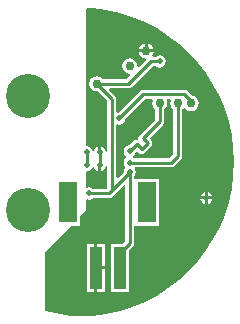
<source format=gbl>
G04*
G04 #@! TF.GenerationSoftware,Altium Limited,Altium Designer,19.1.6 (110)*
G04*
G04 Layer_Physical_Order=2*
G04 Layer_Color=16711680*
%FSLAX25Y25*%
%MOIN*%
G70*
G01*
G75*
%ADD38C,0.01000*%
%ADD39C,0.14700*%
%ADD40C,0.03000*%
%ADD41C,0.02000*%
%ADD42C,0.01968*%
%ADD43R,0.05906X0.13386*%
%ADD44R,0.04000X0.14000*%
G36*
X54284Y105753D02*
X58734Y105167D01*
X63116Y104196D01*
X67397Y102846D01*
X71543Y101129D01*
X75524Y99056D01*
X79310Y96645D01*
X82871Y93912D01*
X86180Y90880D01*
X89212Y87571D01*
X91944Y84010D01*
X94356Y80225D01*
X96429Y76243D01*
X98146Y72097D01*
X99496Y67816D01*
X100467Y63434D01*
X101053Y58984D01*
X101249Y54500D01*
X101053Y50016D01*
X100467Y45566D01*
X99496Y41184D01*
X98146Y36903D01*
X96429Y32757D01*
X94356Y28776D01*
X91944Y24990D01*
X89212Y21429D01*
X86180Y18120D01*
X82871Y15088D01*
X79310Y12355D01*
X75524Y9944D01*
X71543Y7871D01*
X67397Y6154D01*
X63116Y4804D01*
X58734Y3833D01*
X54284Y3247D01*
X52249Y3158D01*
X52192Y3213D01*
Y3156D01*
X49800Y3051D01*
X46792Y3182D01*
X38192Y4707D01*
X38192Y24466D01*
X47033Y33307D01*
X49953D01*
Y36227D01*
X51730Y38004D01*
X51888Y37938D01*
Y41782D01*
X52388Y42083D01*
X53000Y41961D01*
X53780Y42116D01*
X54311Y42471D01*
X59500D01*
X60085Y42587D01*
X60581Y42919D01*
X64509Y46846D01*
X64971Y46654D01*
Y28165D01*
X63955Y27150D01*
X60118D01*
Y11150D01*
X66118D01*
Y24987D01*
X67581Y26450D01*
X67913Y26946D01*
X68029Y27531D01*
Y33065D01*
X68429Y33307D01*
X68529Y33307D01*
X76335D01*
Y48693D01*
X68529D01*
X68429Y48693D01*
X68029Y48935D01*
Y49689D01*
X68384Y50220D01*
X68539Y51000D01*
X68384Y51780D01*
X68090Y52221D01*
X68356Y52721D01*
X80250D01*
X80835Y52837D01*
X81331Y53169D01*
X83581Y55419D01*
X83913Y55915D01*
X84029Y56500D01*
Y72015D01*
X84302Y72198D01*
X84500Y72493D01*
X85000D01*
X85198Y72198D01*
X86024Y71645D01*
X87000Y71451D01*
X87976Y71645D01*
X88802Y72198D01*
X89355Y73024D01*
X89549Y74000D01*
X89355Y74976D01*
X88802Y75802D01*
X87976Y76355D01*
X87445Y76460D01*
X85824Y78081D01*
X85328Y78413D01*
X84743Y78529D01*
X71000D01*
X70415Y78413D01*
X69919Y78081D01*
X62846Y71008D01*
X62529Y70946D01*
X62029Y71312D01*
Y75542D01*
X61913Y76127D01*
X61581Y76623D01*
X59654Y78550D01*
X59846Y79012D01*
X66041D01*
X66627Y79128D01*
X67123Y79460D01*
X74133Y86471D01*
X75189D01*
X75720Y86116D01*
X76500Y85961D01*
X77280Y86116D01*
X77942Y86558D01*
X78384Y87220D01*
X78539Y88000D01*
X78384Y88780D01*
X77942Y89442D01*
X77280Y89884D01*
X76500Y90039D01*
X75720Y89884D01*
X75189Y89529D01*
X74281D01*
X74014Y90029D01*
X74355Y90540D01*
X74449Y91016D01*
X69551D01*
X69645Y90540D01*
X70198Y89713D01*
X71025Y89161D01*
X71664Y89034D01*
X71828Y88491D01*
X69490Y86152D01*
X69029Y86399D01*
X69049Y86500D01*
X68855Y87476D01*
X68302Y88302D01*
X67475Y88855D01*
X66500Y89049D01*
X65525Y88855D01*
X64698Y88302D01*
X64145Y87476D01*
X63951Y86500D01*
X64145Y85524D01*
X64698Y84698D01*
X65525Y84145D01*
X66500Y83951D01*
X66601Y83971D01*
X66847Y83510D01*
X65408Y82071D01*
X57485D01*
X57302Y82344D01*
X56476Y82896D01*
X55500Y83091D01*
X54524Y82896D01*
X53698Y82344D01*
X53145Y81517D01*
X52951Y80541D01*
X53145Y79566D01*
X53698Y78739D01*
X54524Y78187D01*
X55500Y77992D01*
X55822Y78057D01*
X58971Y74908D01*
Y58000D01*
X58471Y57951D01*
X58372Y58446D01*
X57934Y59102D01*
X57277Y59540D01*
X57003Y59595D01*
Y57671D01*
X56003D01*
Y59595D01*
X55729Y59540D01*
X55072Y59102D01*
X54634Y58446D01*
X54593Y58238D01*
X54083D01*
X54041Y58446D01*
X53603Y59102D01*
X52946Y59540D01*
X52172Y59694D01*
X51888Y59928D01*
Y105496D01*
X52249Y105842D01*
X54284Y105753D01*
D02*
G37*
G36*
X74181Y75030D02*
X74145Y74976D01*
X73951Y74000D01*
X74145Y73024D01*
X74698Y72198D01*
X74971Y72015D01*
Y68634D01*
X70919Y64581D01*
X69858Y63521D01*
X69526Y63025D01*
X69410Y62439D01*
X69451Y62231D01*
X69026Y61806D01*
X68818Y61847D01*
X68233Y61731D01*
X67737Y61400D01*
X66346Y60009D01*
X65720Y59884D01*
X65058Y59442D01*
X64616Y58780D01*
X64461Y58000D01*
X64616Y57220D01*
X65058Y56558D01*
X65332Y56375D01*
Y55875D01*
X65058Y55692D01*
X64616Y55030D01*
X64461Y54250D01*
X64616Y53470D01*
X65058Y52808D01*
Y52442D01*
X64616Y51780D01*
X64491Y51154D01*
X62491Y49154D01*
X62029Y49346D01*
Y66688D01*
X62529Y67054D01*
X63000Y66961D01*
X63780Y67116D01*
X64442Y67558D01*
X64884Y68220D01*
X65008Y68846D01*
X71633Y75471D01*
X73946D01*
X74181Y75030D01*
D02*
G37*
G36*
X80181D02*
X80145Y74976D01*
X79951Y74000D01*
X80145Y73024D01*
X80698Y72198D01*
X80971Y72015D01*
Y57134D01*
X79616Y55779D01*
X67811D01*
X67668Y55875D01*
Y56375D01*
X67942Y56558D01*
X68384Y57220D01*
X68494Y57772D01*
X68943Y58030D01*
X69333Y57640D01*
X69829Y57308D01*
X70415Y57192D01*
X71000Y57308D01*
X71496Y57640D01*
X73618Y59761D01*
X73949Y60257D01*
X74066Y60843D01*
X73949Y61428D01*
X73618Y61924D01*
X73102Y62439D01*
X77581Y66919D01*
X77913Y67415D01*
X78029Y68000D01*
Y72015D01*
X78302Y72198D01*
X78855Y73024D01*
X79049Y74000D01*
X78855Y74976D01*
X78819Y75030D01*
X79054Y75471D01*
X79946D01*
X80181Y75030D01*
D02*
G37*
G36*
X57003Y51417D02*
X57277Y51472D01*
X57934Y51910D01*
X58372Y52566D01*
X58471Y53061D01*
X58971Y53012D01*
Y45634D01*
X58867Y45529D01*
X54311D01*
X53780Y45884D01*
X53000Y46039D01*
X52388Y45917D01*
X51888Y46218D01*
Y51084D01*
X52172Y51318D01*
X52946Y51472D01*
X53603Y51910D01*
X54041Y52566D01*
X54083Y52774D01*
X54593D01*
X54634Y52566D01*
X55072Y51910D01*
X55729Y51472D01*
X56003Y51417D01*
Y53341D01*
X57003D01*
Y51417D01*
D02*
G37*
%LPC*%
G36*
X72500Y93965D02*
Y92016D01*
X74449D01*
X74355Y92491D01*
X73802Y93318D01*
X72975Y93871D01*
X72500Y93965D01*
D02*
G37*
G36*
X71500D02*
X71025Y93871D01*
X70198Y93318D01*
X69645Y92491D01*
X69551Y92016D01*
X71500D01*
Y93965D01*
D02*
G37*
G36*
X92500Y44440D02*
Y43000D01*
X93940D01*
X93884Y43280D01*
X93442Y43942D01*
X92780Y44384D01*
X92500Y44440D01*
D02*
G37*
G36*
X91500D02*
X91220Y44384D01*
X90558Y43942D01*
X90116Y43280D01*
X90060Y43000D01*
X91500D01*
Y44440D01*
D02*
G37*
G36*
X93940Y42000D02*
X92500D01*
Y40560D01*
X92780Y40616D01*
X93442Y41058D01*
X93884Y41720D01*
X93940Y42000D01*
D02*
G37*
G36*
X91500D02*
X90060D01*
X90116Y41720D01*
X90558Y41058D01*
X91220Y40616D01*
X91500Y40560D01*
Y42000D01*
D02*
G37*
G36*
X58244Y27150D02*
X55744D01*
Y19650D01*
X58244D01*
Y27150D01*
D02*
G37*
G36*
Y18650D02*
X55744D01*
Y11150D01*
X58244D01*
Y18650D01*
D02*
G37*
G36*
X52192Y27286D02*
X52192Y11098D01*
X52244Y11150D01*
X52388Y11150D01*
X54744D01*
Y19150D01*
Y27150D01*
X52388D01*
X52192Y27286D01*
D02*
G37*
%LPD*%
D38*
X66500Y27531D02*
Y51000D01*
X63118Y24150D02*
X66500Y27531D01*
X60500Y45000D02*
X66500Y51000D01*
X53000Y44000D02*
X59500D01*
X60500Y45000D01*
X63118Y19150D02*
Y24150D01*
X60500Y45000D02*
Y75542D01*
X55500Y80541D02*
X60500Y75542D01*
X66041Y80541D02*
X73500Y88000D01*
X55500Y80541D02*
X66041D01*
X73500Y88000D02*
X76500D01*
X82500Y56500D02*
Y74000D01*
X80250Y54250D02*
X82500Y56500D01*
X66750Y54250D02*
X80250D01*
X76500Y68000D02*
Y74000D01*
X72000Y63500D02*
X76500Y68000D01*
X66500Y58000D02*
X68250Y59750D01*
X68818Y60318D01*
X70415Y58721D01*
X72536Y60843D01*
X70939Y62439D02*
X72536Y60843D01*
X70939Y62439D02*
X72000Y63500D01*
X84743Y77000D02*
X87000Y74743D01*
X71000Y77000D02*
X84743D01*
X63000Y69000D02*
X71000Y77000D01*
X87000Y74000D02*
Y74743D01*
X52172Y53341D02*
Y57671D01*
X56503Y53341D02*
Y57671D01*
D39*
X32500Y38500D02*
D03*
Y76500D02*
D03*
D40*
X66500Y86500D02*
D03*
X55500Y80541D02*
D03*
X76500Y74000D02*
D03*
X72000Y91516D02*
D03*
X82500Y74000D02*
D03*
X87000D02*
D03*
D41*
X92000Y42500D02*
D03*
X53000Y44000D02*
D03*
X66500Y51000D02*
D03*
Y54250D02*
D03*
X76500Y88000D02*
D03*
X63000Y69000D02*
D03*
X66500Y58000D02*
D03*
D42*
X56503Y53341D02*
D03*
X52172D02*
D03*
X56503Y57671D02*
D03*
X52172D02*
D03*
D43*
X46000Y41000D02*
D03*
X72382Y41000D02*
D03*
D44*
X55244Y19150D02*
D03*
X63118Y19150D02*
D03*
M02*

</source>
